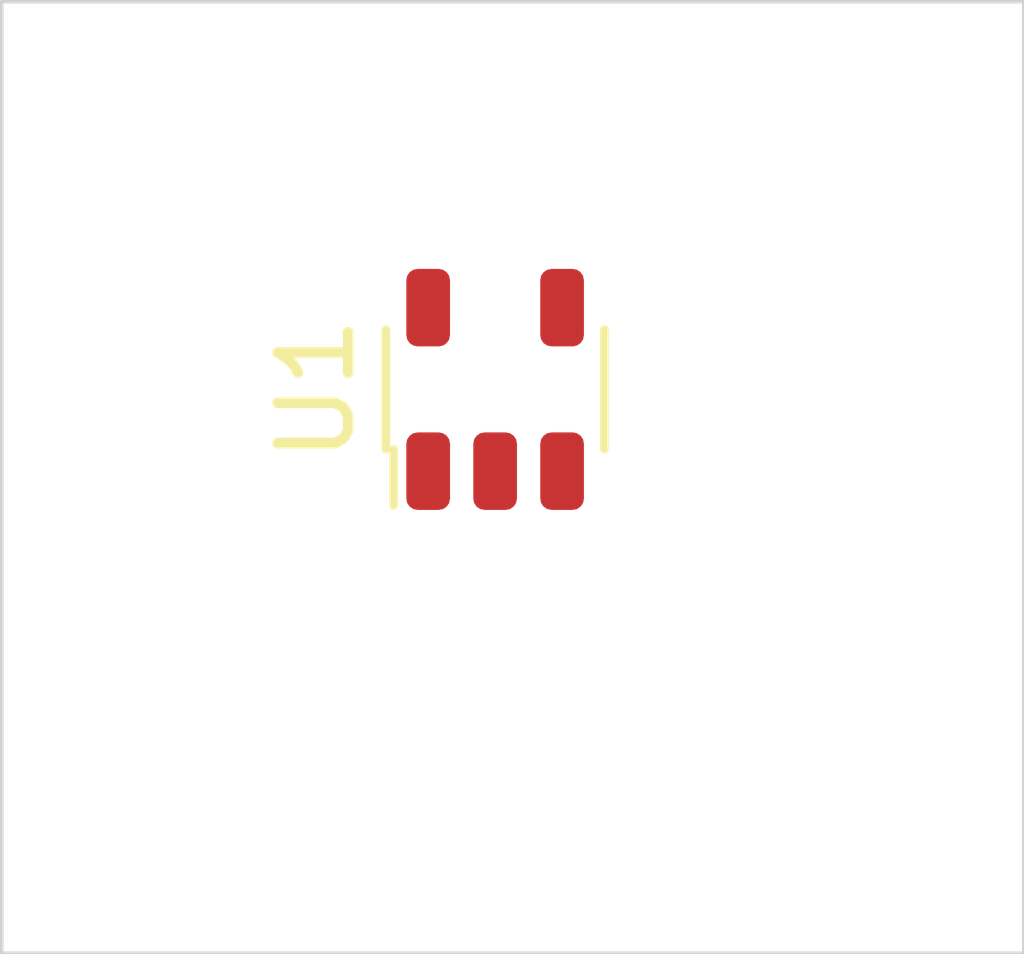
<source format=kicad_pcb>
(kicad_pcb (version 20171130) (host pcbnew 5.1.9-73d0e3b20d~88~ubuntu18.04.1)

  (general
    (thickness 1.6)
    (drawings 4)
    (tracks 0)
    (zones 0)
    (modules 1)
    (nets 5)
  )

  (page A4)
  (layers
    (0 F.Cu signal)
    (31 B.Cu signal)
    (32 B.Adhes user)
    (33 F.Adhes user)
    (34 B.Paste user)
    (35 F.Paste user)
    (36 B.SilkS user)
    (37 F.SilkS user)
    (38 B.Mask user)
    (39 F.Mask user)
    (40 Dwgs.User user)
    (41 Cmts.User user)
    (42 Eco1.User user)
    (43 Eco2.User user)
    (44 Edge.Cuts user)
    (45 Margin user)
    (46 B.CrtYd user)
    (47 F.CrtYd user)
    (48 B.Fab user)
    (49 F.Fab user)
  )

  (setup
    (last_trace_width 0.25)
    (trace_clearance 0.2)
    (zone_clearance 0.508)
    (zone_45_only no)
    (trace_min 0.2)
    (via_size 0.8)
    (via_drill 0.4)
    (via_min_size 0.4)
    (via_min_drill 0.3)
    (uvia_size 0.3)
    (uvia_drill 0.1)
    (uvias_allowed no)
    (uvia_min_size 0.2)
    (uvia_min_drill 0.1)
    (edge_width 0.05)
    (segment_width 0.2)
    (pcb_text_width 0.3)
    (pcb_text_size 1.5 1.5)
    (mod_edge_width 0.12)
    (mod_text_size 1 1)
    (mod_text_width 0.15)
    (pad_size 1.524 1.524)
    (pad_drill 0.762)
    (pad_to_mask_clearance 0)
    (aux_axis_origin 0 0)
    (visible_elements FFFFFF7F)
    (pcbplotparams
      (layerselection 0x010fc_ffffffff)
      (usegerberextensions false)
      (usegerberattributes true)
      (usegerberadvancedattributes true)
      (creategerberjobfile true)
      (excludeedgelayer true)
      (linewidth 0.100000)
      (plotframeref false)
      (viasonmask false)
      (mode 1)
      (useauxorigin false)
      (hpglpennumber 1)
      (hpglpenspeed 20)
      (hpglpendiameter 15.000000)
      (psnegative false)
      (psa4output false)
      (plotreference true)
      (plotvalue true)
      (plotinvisibletext false)
      (padsonsilk false)
      (subtractmaskfromsilk false)
      (outputformat 1)
      (mirror false)
      (drillshape 1)
      (scaleselection 1)
      (outputdirectory ""))
  )

  (net 0 "")
  (net 1 +5V)
  (net 2 GND)
  (net 3 "Net-(U1-Pad4)")
  (net 4 +3V3)

  (net_class Default "This is the default net class."
    (clearance 0.2)
    (trace_width 0.25)
    (via_dia 0.8)
    (via_drill 0.4)
    (uvia_dia 0.3)
    (uvia_drill 0.1)
    (add_net +3V3)
    (add_net +5V)
    (add_net GND)
    (add_net "Net-(U1-Pad4)")
  )

  (module KKL_package_SOT_SMD:AP2112K-X.XTRG1_SOT25 (layer F.Cu) (tedit 6022B0F0) (tstamp 6022C020)
    (at 142.5 89.5)
    (descr "Small Outline Transistor (SOT23), 0.95 mm pitch; 5 pin, 3.00 mm L X 1.60 mm W X 1.40 mm H body")
    (path /6022C100)
    (attr smd)
    (fp_text reference U1 (at -2.54 0 90) (layer F.SilkS)
      (effects (font (size 1 1) (thickness 0.15)))
    )
    (fp_text value AP2112K-X.XTRG1 (at 0 0) (layer F.Fab) hide
      (effects (font (size 1.2 1.2) (thickness 0.12)))
    )
    (fp_line (start 1.46 1.05) (end 1.75 1.05) (layer F.CrtYd) (width 0.05))
    (fp_line (start 1.46 1.91) (end 1.46 1.05) (layer F.CrtYd) (width 0.05))
    (fp_line (start -1.46 1.91) (end 1.46 1.91) (layer F.CrtYd) (width 0.05))
    (fp_line (start -1.46 1.05) (end -1.46 1.91) (layer F.CrtYd) (width 0.05))
    (fp_line (start -1.75 1.05) (end -1.46 1.05) (layer F.CrtYd) (width 0.05))
    (fp_line (start -1.75 -1.05) (end -1.75 1.05) (layer F.CrtYd) (width 0.05))
    (fp_line (start -1.46 -1.05) (end -1.75 -1.05) (layer F.CrtYd) (width 0.05))
    (fp_line (start -1.46 -1.91) (end -1.46 -1.05) (layer F.CrtYd) (width 0.05))
    (fp_line (start 1.46 -1.91) (end -1.46 -1.91) (layer F.CrtYd) (width 0.05))
    (fp_line (start 1.46 -1.05) (end 1.46 -1.91) (layer F.CrtYd) (width 0.05))
    (fp_line (start 1.75 -1.05) (end 1.46 -1.05) (layer F.CrtYd) (width 0.05))
    (fp_line (start 1.75 1.05) (end 1.75 -1.05) (layer F.CrtYd) (width 0.05))
    (fp_line (start -1.44 0.85) (end -1.44 1.65) (layer F.SilkS) (width 0.12))
    (fp_line (start 1.55 0.85) (end 1.55 -0.85) (layer F.SilkS) (width 0.12))
    (fp_line (start -1.55 0.85) (end -1.55 -0.85) (layer F.SilkS) (width 0.12))
    (fp_line (start -0.35 0) (end 0.35 0) (layer F.CrtYd) (width 0.05))
    (fp_line (start 0 -0.35) (end 0 0.35) (layer F.CrtYd) (width 0.05))
    (fp_circle (center 0 0) (end 0 0.25) (layer F.CrtYd) (width 0.05))
    (fp_line (start 1.55 0.85) (end -1.55 0.85) (layer F.Fab) (width 0.12))
    (fp_line (start 1.55 -0.85) (end 1.55 0.85) (layer F.Fab) (width 0.12))
    (fp_line (start -1.55 -0.85) (end 1.55 -0.85) (layer F.Fab) (width 0.12))
    (fp_line (start -1.55 0.85) (end -1.55 -0.85) (layer F.Fab) (width 0.12))
    (fp_line (start 1.5 0.8) (end -1.5 0.8) (layer Dwgs.User) (width 0.025))
    (fp_line (start 1.5 -0.8) (end 1.5 0.8) (layer Dwgs.User) (width 0.025))
    (fp_line (start -1.5 -0.8) (end 1.5 -0.8) (layer Dwgs.User) (width 0.025))
    (fp_line (start -1.5 0.8) (end -1.5 -0.8) (layer Dwgs.User) (width 0.025))
    (fp_line (start -0.7375 -1.425) (end -0.7375 -0.975) (layer Dwgs.User) (width 0.025))
    (fp_line (start -1.1625 -1.425) (end -0.7375 -1.425) (layer Dwgs.User) (width 0.025))
    (fp_line (start -1.1625 -0.975) (end -1.1625 -1.425) (layer Dwgs.User) (width 0.025))
    (fp_line (start -0.7375 -0.975) (end -1.1625 -0.975) (layer Dwgs.User) (width 0.025))
    (fp_line (start 1.1625 -1.425) (end 1.1625 -0.975) (layer Dwgs.User) (width 0.025))
    (fp_line (start 0.7375 -1.425) (end 1.1625 -1.425) (layer Dwgs.User) (width 0.025))
    (fp_line (start 0.7375 -0.975) (end 0.7375 -1.425) (layer Dwgs.User) (width 0.025))
    (fp_line (start 1.1625 -0.975) (end 0.7375 -0.975) (layer Dwgs.User) (width 0.025))
    (fp_line (start 0.7375 1.425) (end 0.7375 0.975) (layer Dwgs.User) (width 0.025))
    (fp_line (start 1.1625 1.425) (end 0.7375 1.425) (layer Dwgs.User) (width 0.025))
    (fp_line (start 1.1625 0.975) (end 1.1625 1.425) (layer Dwgs.User) (width 0.025))
    (fp_line (start 0.7375 0.975) (end 1.1625 0.975) (layer Dwgs.User) (width 0.025))
    (fp_line (start -0.2125 1.425) (end -0.2125 0.975) (layer Dwgs.User) (width 0.025))
    (fp_line (start 0.2125 1.425) (end -0.2125 1.425) (layer Dwgs.User) (width 0.025))
    (fp_line (start 0.2125 0.975) (end 0.2125 1.425) (layer Dwgs.User) (width 0.025))
    (fp_line (start -0.2125 0.975) (end 0.2125 0.975) (layer Dwgs.User) (width 0.025))
    (fp_line (start -1.1625 1.425) (end -1.1625 0.975) (layer Dwgs.User) (width 0.025))
    (fp_line (start -0.7375 1.425) (end -1.1625 1.425) (layer Dwgs.User) (width 0.025))
    (fp_line (start -0.7375 0.975) (end -0.7375 1.425) (layer Dwgs.User) (width 0.025))
    (fp_line (start -1.1625 0.975) (end -0.7375 0.975) (layer Dwgs.User) (width 0.025))
    (fp_text user %R (at 0 0) (layer F.Fab) hide
      (effects (font (size 1.22 1.22) (thickness 0.12)))
    )
    (pad 1 smd roundrect (at -0.95 1.16 90) (size 1.1 0.62) (layers F.Cu F.Paste F.Mask) (roundrect_rratio 0.2581)
      (net 1 +5V))
    (pad 2 smd roundrect (at 0 1.16 90) (size 1.1 0.62) (layers F.Cu F.Paste F.Mask) (roundrect_rratio 0.2581)
      (net 2 GND))
    (pad 3 smd roundrect (at 0.95 1.16 90) (size 1.1 0.62) (layers F.Cu F.Paste F.Mask) (roundrect_rratio 0.2581)
      (net 1 +5V))
    (pad 4 smd roundrect (at 0.95 -1.16 90) (size 1.1 0.62) (layers F.Cu F.Paste F.Mask) (roundrect_rratio 0.2581)
      (net 3 "Net-(U1-Pad4)"))
    (pad 5 smd roundrect (at -0.95 -1.16 90) (size 1.1 0.62) (layers F.Cu F.Paste F.Mask) (roundrect_rratio 0.2581)
      (net 4 +3V3))
    (model ${KIPRJMOD}/kicad_libraries/packages3D/KKL_package_SOT_SMD.3dshapes/AP2112K-X.XTRG1_SOT25.STEP
      (at (xyz 0 0 0))
      (scale (xyz 1 1 1))
      (rotate (xyz -90 0 0))
    )
  )

  (gr_line (start 135.5 97.5) (end 135.5 84) (layer Edge.Cuts) (width 0.05) (tstamp 6022C08F))
  (gr_line (start 150 97.5) (end 135.5 97.5) (layer Edge.Cuts) (width 0.05))
  (gr_line (start 150 84) (end 150 97.5) (layer Edge.Cuts) (width 0.05))
  (gr_line (start 135.5 84) (end 150 84) (layer Edge.Cuts) (width 0.05))

)

</source>
